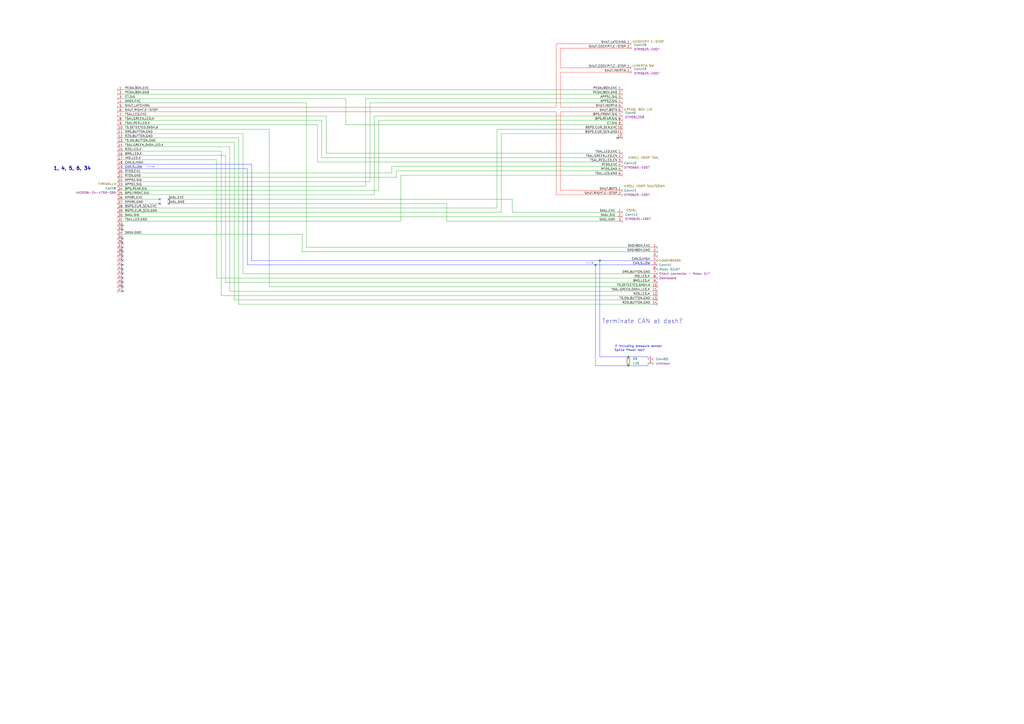
<source format=kicad_sch>
(kicad_sch (version 20231120) (generator "eeschema") (generator_version "8.0")
  (paper "A2")
  (lib_symbols
    (symbol "Connectors_SUFST:AMPHENOL-47P-Recepticle"
      (property "Reference" "Conn" (at 0 0.635 0))
      (property "P/N" "AHDP06-24-47SR-SRA" (at 0 0 0))
      (symbol "AMPHENOL-47P-Recepticle_0_1"
        (arc (start -2.5368 -119.3807) (mid -1.9833 -118.7463) (end -2.5355 -118.1107))
        (arc (start -2.5368 -114.3007) (mid -1.9833 -113.6663) (end -2.5355 -113.0307))
        (arc (start -2.5368 -109.2207) (mid -1.9833 -108.5863) (end -2.5355 -107.9507))
        (arc (start -2.5368 -104.1407) (mid -1.9833 -103.5063) (end -2.5355 -102.8707))
        (arc (start -2.5368 -99.0607) (mid -1.9833 -98.4263) (end -2.5355 -97.7907))
        (arc (start -2.5368 -93.9807) (mid -1.9833 -93.3463) (end -2.5355 -92.7107))
        (arc (start -2.5368 -88.9007) (mid -1.9833 -88.2663) (end -2.5355 -87.6307))
        (arc (start -2.5368 -83.8207) (mid -1.9833 -83.1863) (end -2.5355 -82.5507))
        (arc (start -2.5368 -78.7407) (mid -1.9833 -78.1063) (end -2.5355 -77.4707))
        (arc (start -2.5368 -73.6607) (mid -1.9833 -73.0263) (end -2.5355 -72.3907))
        (arc (start -2.5368 -68.5807) (mid -1.9833 -67.9463) (end -2.5355 -67.3107))
        (arc (start -2.5368 -63.5007) (mid -1.9833 -62.8663) (end -2.5355 -62.2307))
        (arc (start -2.5368 -58.4207) (mid -1.9833 -57.7863) (end -2.5355 -57.1507))
        (arc (start -2.5368 -53.3407) (mid -1.9833 -52.7063) (end -2.5355 -52.0707))
        (arc (start -2.5368 -48.2607) (mid -1.9833 -47.6263) (end -2.5355 -46.9907))
        (arc (start -2.5368 -43.1807) (mid -1.9833 -42.5463) (end -2.5355 -41.9107))
        (arc (start -2.5368 -38.1007) (mid -1.9833 -37.4663) (end -2.5355 -36.8307))
        (arc (start -2.5368 -33.0207) (mid -1.9833 -32.3863) (end -2.5355 -31.7507))
        (arc (start -2.5368 -27.9407) (mid -1.9833 -27.3063) (end -2.5355 -26.6707))
        (arc (start -2.5368 -22.8607) (mid -1.9833 -22.2263) (end -2.5355 -21.5907))
        (arc (start -2.5368 -17.7807) (mid -1.9833 -17.1463) (end -2.5355 -16.5107))
        (arc (start -2.5368 -12.7007) (mid -1.9833 -12.0663) (end -2.5355 -11.4307))
        (arc (start -2.5368 -7.6207) (mid -1.9833 -6.9863) (end -2.5355 -6.3507))
        (arc (start -2.5368 -2.5407) (mid -1.9833 -1.9063) (end -2.5355 -1.2707))
        (arc (start -2.4524 -116.8401) (mid -1.8989 -116.2057) (end -2.4511 -115.5701))
        (arc (start -2.4524 -111.7601) (mid -1.8989 -111.1257) (end -2.4511 -110.4901))
        (arc (start -2.4524 -106.6801) (mid -1.8989 -106.0457) (end -2.4511 -105.4101))
        (arc (start -2.4524 -101.6001) (mid -1.8989 -100.9657) (end -2.4511 -100.3301))
        (arc (start -2.4524 -96.5201) (mid -1.8989 -95.8857) (end -2.4511 -95.2501))
        (arc (start -2.4524 -91.4401) (mid -1.8989 -90.8057) (end -2.4511 -90.1701))
        (arc (start -2.4524 -86.3601) (mid -1.8989 -85.7257) (end -2.4511 -85.0901))
        (arc (start -2.4524 -81.2801) (mid -1.8989 -80.6457) (end -2.4511 -80.0101))
        (arc (start -2.4524 -76.2001) (mid -1.8989 -75.5657) (end -2.4511 -74.9301))
        (arc (start -2.4524 -71.1201) (mid -1.8989 -70.4857) (end -2.4511 -69.8501))
        (arc (start -2.4524 -66.0401) (mid -1.8989 -65.4057) (end -2.4511 -64.7701))
        (arc (start -2.4524 -60.9601) (mid -1.8989 -60.3257) (end -2.4511 -59.6901))
        (arc (start -2.4524 -55.8801) (mid -1.8989 -55.2457) (end -2.4511 -54.6101))
        (arc (start -2.4524 -50.8001) (mid -1.8989 -50.1657) (end -2.4511 -49.5301))
        (arc (start -2.4524 -45.7201) (mid -1.8989 -45.0857) (end -2.4511 -44.4501))
        (arc (start -2.4524 -40.6401) (mid -1.8989 -40.0057) (end -2.4511 -39.3701))
        (arc (start -2.4524 -35.5601) (mid -1.8989 -34.9257) (end -2.4511 -34.2901))
        (arc (start -2.4524 -30.4801) (mid -1.8989 -29.8457) (end -2.4511 -29.2101))
        (arc (start -2.4524 -25.4001) (mid -1.8989 -24.7657) (end -2.4511 -24.1301))
        (arc (start -2.4524 -20.3201) (mid -1.8989 -19.6857) (end -2.4511 -19.0501))
        (arc (start -2.4524 -15.2401) (mid -1.8989 -14.6057) (end -2.4511 -13.9701))
        (arc (start -2.4524 -10.1601) (mid -1.8989 -9.5257) (end -2.4511 -8.8901))
        (arc (start -2.4524 -5.0801) (mid -1.8989 -4.4457) (end -2.4511 -3.8101))
      )
      (symbol "AMPHENOL-47P-Recepticle_1_1"
        (pin input line (at 0.635 -1.905 180) (length 2.54) (name "") (number "1"))
        (pin input line (at 0.635 -24.765 180) (length 2.54) (name "") (number "10"))
        (pin input line (at 0.635 -27.305 180) (length 2.54) (name "") (number "11"))
        (pin input line (at 0.635 -29.845 180) (length 2.54) (name "") (number "12"))
        (pin input line (at 0.635 -32.385 180) (length 2.54) (name "") (number "13"))
        (pin input line (at 0.635 -34.925 180) (length 2.54) (name "") (number "14"))
        (pin input line (at 0.635 -37.465 180) (length 2.54) (name "") (number "15"))
        (pin input line (at 0.635 -40.005 180) (length 2.54) (name "") (number "16"))
        (pin input line (at 0.635 -42.545 180) (length 2.54) (name "") (number "17"))
        (pin input line (at 0.635 -45.085 180) (length 2.54) (name "") (number "18"))
        (pin input line (at 0.635 -47.625 180) (length 2.54) (name "") (number "19"))
        (pin input line (at 0.635 -4.445 180) (length 2.54) (name "") (number "2"))
        (pin input line (at 0.635 -50.165 180) (length 2.54) (name "") (number "20"))
        (pin input line (at 0.635 -52.705 180) (length 2.54) (name "") (number "21"))
        (pin input line (at 0.635 -55.245 180) (length 2.54) (name "") (number "22"))
        (pin input line (at 0.635 -57.785 180) (length 2.54) (name "") (number "23"))
        (pin input line (at 0.635 -60.325 180) (length 2.54) (name "") (number "24"))
        (pin input line (at 0.635 -62.865 180) (length 2.54) (name "") (number "25"))
        (pin input line (at 0.635 -65.405 180) (length 2.54) (name "") (number "26"))
        (pin input line (at 0.635 -67.945 180) (length 2.54) (name "") (number "27"))
        (pin input line (at 0.635 -70.485 180) (length 2.54) (name "") (number "28"))
        (pin input line (at 0.635 -73.025 180) (length 2.54) (name "") (number "29"))
        (pin input line (at 0.635 -6.985 180) (length 2.54) (name "") (number "3"))
        (pin input line (at 0.635 -75.565 180) (length 2.54) (name "") (number "30"))
        (pin input line (at 0.635 -78.105 180) (length 2.54) (name "") (number "31"))
        (pin input line (at 0.635 -80.645 180) (length 2.54) (name "") (number "32"))
        (pin input line (at 0.635 -83.185 180) (length 2.54) (name "") (number "33"))
        (pin input line (at 0.635 -85.725 180) (length 2.54) (name "") (number "34"))
        (pin input line (at 0.635 -88.265 180) (length 2.54) (name "") (number "35"))
        (pin input line (at 0.635 -90.805 180) (length 2.54) (name "") (number "36"))
        (pin input line (at 0.635 -93.345 180) (length 2.54) (name "") (number "37"))
        (pin input line (at 0.635 -95.885 180) (length 2.54) (name "") (number "38"))
        (pin input line (at 0.635 -98.425 180) (length 2.54) (name "") (number "39"))
        (pin input line (at 0.635 -9.525 180) (length 2.54) (name "") (number "4"))
        (pin input line (at 0.635 -100.965 180) (length 2.54) (name "") (number "40"))
        (pin input line (at 0.635 -103.505 180) (length 2.54) (name "") (number "41"))
        (pin input line (at 0.635 -106.045 180) (length 2.54) (name "") (number "42"))
        (pin input line (at 0.635 -108.585 180) (length 2.54) (name "") (number "43"))
        (pin input line (at 0.635 -111.125 180) (length 2.54) (name "") (number "44"))
        (pin input line (at 0.635 -113.665 180) (length 2.54) (name "") (number "45"))
        (pin input line (at 0.635 -116.205 180) (length 2.54) (name "") (number "46"))
        (pin input line (at 0.635 -118.745 180) (length 2.54) (name "") (number "47"))
        (pin input line (at 0.635 -12.065 180) (length 2.54) (name "") (number "5"))
        (pin input line (at 0.635 -14.605 180) (length 2.54) (name "") (number "6"))
        (pin input line (at 0.635 -17.145 180) (length 2.54) (name "") (number "7"))
        (pin input line (at 0.635 -19.685 180) (length 2.54) (name "") (number "8"))
        (pin input line (at 0.635 -22.225 180) (length 2.54) (name "") (number "9"))
      )
    )
    (symbol "Connectors_SUFST:Deutsch_DTM_12S_Pin"
      (property "Reference" "Conn" (at 0 0.635 0))
      (property "P/N" "DTM0612SB" (at 0 0 0))
      (symbol "Deutsch_DTM_12S_Pin_0_1"
        (arc (start -2.5368 -27.9407) (mid -1.9833 -27.3063) (end -2.5355 -26.6707))
        (arc (start -2.5368 -22.8607) (mid -1.9833 -22.2263) (end -2.5355 -21.5907))
        (arc (start -2.5368 -17.7807) (mid -1.9833 -17.1463) (end -2.5355 -16.5107))
        (arc (start -2.5368 -12.7007) (mid -1.9833 -12.0663) (end -2.5355 -11.4307))
        (arc (start -2.5368 -7.6207) (mid -1.9833 -6.9863) (end -2.5355 -6.3507))
        (arc (start -2.5368 -2.5407) (mid -1.9833 -1.9063) (end -2.5355 -1.2707))
        (arc (start -2.4524 -30.4801) (mid -1.8989 -29.8457) (end -2.4511 -29.2101))
        (arc (start -2.4524 -25.4001) (mid -1.8989 -24.7657) (end -2.4511 -24.1301))
        (arc (start -2.4524 -20.3201) (mid -1.8989 -19.6857) (end -2.4511 -19.0501))
        (arc (start -2.4524 -15.2401) (mid -1.8989 -14.6057) (end -2.4511 -13.9701))
        (arc (start -2.4524 -10.1601) (mid -1.8989 -9.5257) (end -2.4511 -8.8901))
        (arc (start -2.4524 -5.0801) (mid -1.8989 -4.4457) (end -2.4511 -3.8101))
      )
      (symbol "Deutsch_DTM_12S_Pin_1_1"
        (pin input line (at 0.635 -29.845 180) (length 2.54) (name "") (number "1"))
        (pin input line (at 0.635 -6.985 180) (length 2.54) (name "") (number "10"))
        (pin input line (at 0.635 -4.445 180) (length 2.54) (name "") (number "11"))
        (pin input line (at 0.635 -1.905 180) (length 2.54) (name "") (number "12"))
        (pin input line (at 0.635 -27.305 180) (length 2.54) (name "") (number "2"))
        (pin input line (at 0.635 -24.765 180) (length 2.54) (name "") (number "3"))
        (pin input line (at 0.635 -22.225 180) (length 2.54) (name "") (number "4"))
        (pin input line (at 0.635 -19.685 180) (length 2.54) (name "") (number "5"))
        (pin input line (at 0.635 -17.145 180) (length 2.54) (name "") (number "6"))
        (pin input line (at 0.635 -14.605 180) (length 2.54) (name "") (number "7"))
        (pin input line (at 0.635 -12.065 180) (length 2.54) (name "") (number "8"))
        (pin input line (at 0.635 -9.525 180) (length 2.54) (name "") (number "9"))
      )
    )
    (symbol "Connectors_SUFST:Deutsch_DTM_2S_Pin"
      (property "Reference" "Conn" (at 0 0.635 0))
      (property "P/N" "DTM062S-E007" (at 0 0 0))
      (symbol "Deutsch_DTM_2S_Pin_0_1"
        (arc (start -2.5368 -2.5407) (mid -1.9833 -1.9063) (end -2.5355 -1.2707))
        (arc (start -2.4524 -5.0801) (mid -1.8989 -4.4457) (end -2.4511 -3.8101))
      )
      (symbol "Deutsch_DTM_2S_Pin_1_1"
        (pin input line (at 0.635 -4.445 180) (length 2.54) (name "") (number "1"))
        (pin input line (at 0.635 -1.905 180) (length 2.54) (name "") (number "2"))
      )
    )
    (symbol "Connectors_SUFST:Deutsch_DTM_3S_Pin"
      (property "Reference" "Conn" (at 0 0.635 0))
      (property "P/N" "DTM063S-E007" (at 0 0 0))
      (symbol "Deutsch_DTM_3S_Pin_0_1"
        (arc (start -2.5368 -2.5407) (mid -1.9833 -1.9063) (end -2.5355 -1.2707))
        (arc (start -2.4524 -7.6201) (mid -1.8989 -6.9857) (end -2.4511 -6.3501))
        (arc (start -2.4524 -5.0801) (mid -1.8989 -4.4457) (end -2.4511 -3.8101))
      )
      (symbol "Deutsch_DTM_3S_Pin_1_1"
        (pin input line (at 0.635 -6.985 180) (length 2.54) (name "") (number "1"))
        (pin input line (at 0.635 -4.445 180) (length 2.54) (name "") (number "2"))
        (pin input line (at 0.635 -1.905 180) (length 2.54) (name "") (number "3"))
      )
    )
    (symbol "Connectors_SUFST:Deutsch_DTM_6S_Pin"
      (property "Reference" "Conn" (at 0 0.635 0))
      (property "P/N" "DTM066S-E007" (at 0 0 0))
      (symbol "Deutsch_DTM_6S_Pin_0_1"
        (arc (start -2.5368 -12.7007) (mid -1.9833 -12.0663) (end -2.5355 -11.4307))
        (arc (start -2.5368 -7.6207) (mid -1.9833 -6.9863) (end -2.5355 -6.3507))
        (arc (start -2.5368 -2.5407) (mid -1.9833 -1.9063) (end -2.5355 -1.2707))
        (arc (start -2.4524 -15.2401) (mid -1.8989 -14.6057) (end -2.4511 -13.9701))
        (arc (start -2.4524 -10.1601) (mid -1.8989 -9.5257) (end -2.4511 -8.8901))
        (arc (start -2.4524 -5.0801) (mid -1.8989 -4.4457) (end -2.4511 -3.8101))
      )
      (symbol "Deutsch_DTM_6S_Pin_1_1"
        (pin input line (at 0.635 -14.605 180) (length 2.54) (name "") (number "1"))
        (pin input line (at 0.635 -12.065 180) (length 2.54) (name "") (number "2"))
        (pin input line (at 0.635 -9.525 180) (length 2.54) (name "") (number "3"))
        (pin input line (at 0.635 -6.985 180) (length 2.54) (name "") (number "4"))
        (pin input line (at 0.635 -4.445 180) (length 2.54) (name "") (number "5"))
        (pin input line (at 0.635 -1.905 180) (length 2.54) (name "") (number "6"))
      )
    )
    (symbol "Deutsch_DTM_12S_Pin_1"
      (property "Reference" "Conn41" (at -3.8692 -22.5722 0))
      (property "Value" "Deutsch_DTM_12S_Pin" (at -3.8692 -20.0322 0))
      (property "P/N" "Check connector - Molex 2x7" (at -3.8692 -17.4922 0))
      (property "Conn Name" "Dashboard" (at -3.8692 -14.9522 0))
      (symbol "Deutsch_DTM_12S_Pin_1_0_1"
        (arc (start -3.231 -30.8275) (mid -2.6775 -30.1931) (end -3.2297 -29.5575))
        (arc (start -3.231 -25.7475) (mid -2.6775 -25.1131) (end -3.2297 -24.4775))
        (arc (start -3.231 -20.6675) (mid -2.6775 -20.0331) (end -3.2297 -19.3975))
        (arc (start -3.231 -15.5875) (mid -2.6775 -14.9531) (end -3.2297 -14.3175))
        (arc (start -3.231 -10.5075) (mid -2.6775 -9.8731) (end -3.2297 -9.2375))
        (arc (start -3.231 -5.4275) (mid -2.6775 -4.7931) (end -3.2297 -4.1575))
        (arc (start -3.231 -2.8875) (mid -2.6227 -2.23) (end -3.2297 -1.6175))
        (arc (start -3.231 -0.3469) (mid -2.6441 0.2875) (end -3.2297 0.9231))
        (arc (start -3.1466 -33.3669) (mid -2.5931 -32.7325) (end -3.1453 -32.0969))
        (arc (start -3.1466 -28.2869) (mid -2.5931 -27.6525) (end -3.1453 -27.0169))
        (arc (start -3.1466 -23.2069) (mid -2.5931 -22.5725) (end -3.1453 -21.9369))
        (arc (start -3.1466 -18.1269) (mid -2.5931 -17.4925) (end -3.1453 -16.8569))
        (arc (start -3.1466 -13.0469) (mid -2.5931 -12.4125) (end -3.1453 -11.7769))
        (arc (start -3.1466 -7.9669) (mid -2.5931 -7.3325) (end -3.1453 -6.6969))
      )
      (symbol "Deutsch_DTM_12S_Pin_1_1_1"
        (pin input line (at -0.0592 -32.7318 180) (length 2.54) (name "") (number "1"))
        (pin input line (at -0.0592 -9.8718 180) (length 2.54) (name "") (number "10"))
        (pin input line (at -0.0592 -7.3318 180) (length 2.54) (name "") (number "11"))
        (pin input line (at -0.0592 -4.7918 180) (length 2.54) (name "") (number "12"))
        (pin input line (at -0.0592 -2.2518 180) (length 2.54) (name "") (number "13"))
        (pin input line (at -0.0592 0.2882 180) (length 2.54) (name "") (number "14"))
        (pin input line (at -0.0592 -30.1918 180) (length 2.54) (name "") (number "2"))
        (pin input line (at -0.0592 -27.6518 180) (length 2.54) (name "") (number "3"))
        (pin input line (at -0.0592 -25.1118 180) (length 2.54) (name "") (number "4"))
        (pin input line (at -0.0592 -22.5718 180) (length 2.54) (name "") (number "5"))
        (pin input line (at -0.0592 -20.0318 180) (length 2.54) (name "") (number "6"))
        (pin input line (at -0.0592 -17.4918 180) (length 2.54) (name "") (number "7"))
        (pin input line (at -0.0592 -14.9518 180) (length 2.54) (name "") (number "8"))
        (pin input line (at -0.0592 -12.4118 180) (length 2.54) (name "") (number "9"))
      )
    )
    (symbol "Device:R_Small" (pin_numbers hide) (pin_names (offset 0.254) hide)
      (property "Reference" "R" (at 0.762 0.508 0))
      (property "Value" "R_Small" (at 0.762 -1.016 0))
      (symbol "R_Small_0_1"
        (rectangle (start -0.762 1.778) (end 0.762 -1.778) (stroke (width 0.2032)))
      )
      (symbol "R_Small_1_1"
        (pin passive line (at 0 2.54 270) (length 0.762) (name "~") (number "1"))
        (pin passive line (at 0 -2.54 90) (length 0.762) (name "~") (number "2"))
      )
    )
  )
  (junction (at 345.44 153.67))
  (junction (at 364.49 212.09))
  (junction (at 347.98 151.13))
  (junction (at 364.49 207.01))
  (no_connect (at 71.12 158.75))
  (no_connect (at 71.12 143.51))
  (no_connect (at 71.12 130.81))
  (no_connect (at 97.79 118.11))
  (no_connect (at 71.12 161.29))
  (no_connect (at 71.12 146.05))
  (no_connect (at 92.71 118.11))
  (no_connect (at 71.12 153.67))
  (no_connect (at 71.12 151.13))
  (no_connect (at 92.71 115.57))
  (no_connect (at 71.12 163.83))
  (no_connect (at 71.12 138.43))
  (no_connect (at 71.12 166.37))
  (no_connect (at 71.12 168.91))
  (no_connect (at 97.79 115.57))
  (no_connect (at 71.12 148.59))
  (no_connect (at 71.12 140.97))
  (no_connect (at 71.12 133.35))
  (no_connect (at 358.14 80.01))
  (no_connect (at 71.12 156.21))
  (wire (pts (xy 71.12 107.95) (xy 212.09 107.95)))
  (wire (pts (xy 71.12 125.73) (xy 358.14 125.73)))
  (wire (pts (xy 378.46 173.99) (xy 135.89 173.99)))
  (wire (pts (xy 297.18 115.57) (xy 297.18 123.19)))
  (wire (pts (xy 135.89 82.55) (xy 71.12 82.55)))
  (wire (pts (xy 322.58 62.23) (xy 322.58 25.4)) (stroke (width 0) (color 255 0 0 1)))
  (wire (pts (xy 71.12 54.61) (xy 358.14 54.61)))
  (wire (pts (xy 363.22 27.94) (xy 325.12 27.94)) (stroke (width 0) (color 255 0 0 1)))
  (wire (pts (xy 227.33 96.52) (xy 358.14 96.52)))
  (wire (pts (xy 358.14 69.85) (xy 219.71 69.85)))
  (wire (pts (xy 358.14 91.44) (xy 186.69 91.44)))
  (wire (pts (xy 175.26 146.05) (xy 378.46 146.05)))
  (wire (pts (xy 125.73 161.29) (xy 378.46 161.29)))
  (wire (pts (xy 378.46 158.75) (xy 140.97 158.75)))
  (wire (pts (xy 71.12 67.31) (xy 189.23 67.31)))
  (wire (pts (xy 71.12 95.25) (xy 146.05 95.25)) (stroke (width 0) (color 0 0 255 1)))
  (wire (pts (xy 140.97 77.47) (xy 140.97 158.75)))
  (wire (pts (xy 156.21 166.37) (xy 378.46 166.37)))
  (wire (pts (xy 71.12 69.85) (xy 186.69 69.85)))
  (wire (pts (xy 322.58 64.77) (xy 322.58 113.03)) (stroke (width 0) (color 255 0 0 1)))
  (wire (pts (xy 71.12 115.57) (xy 92.71 115.57)))
  (wire (pts (xy 297.18 123.19) (xy 358.14 123.19)))
  (wire (pts (xy 71.12 102.87) (xy 229.87 102.87)))
  (wire (pts (xy 232.41 101.6) (xy 232.41 128.27)))
  (wire (pts (xy 146.05 95.25) (xy 146.05 151.13)) (stroke (width 0) (color 0 0 255 1)))
  (wire (pts (xy 138.43 80.01) (xy 71.12 80.01)))
  (wire (pts (xy 227.33 100.33) (xy 227.33 96.52)))
  (wire (pts (xy 128.27 171.45) (xy 378.46 171.45)))
  (wire (pts (xy 71.12 52.07) (xy 358.14 52.07)))
  (wire (pts (xy 71.12 74.93) (xy 156.21 74.93)))
  (wire (pts (xy 358.14 113.03) (xy 322.58 113.03)) (stroke (width 0) (color 255 0 0 1)))
  (wire (pts (xy 325.12 39.37) (xy 363.22 39.37)) (stroke (width 0) (color 255 0 0 1)))
  (wire (pts (xy 71.12 118.11) (xy 92.71 118.11)))
  (wire (pts (xy 345.44 153.67) (xy 345.44 212.09)) (stroke (width 0) (color 0 0 255 1)))
  (wire (pts (xy 189.23 67.31) (xy 189.23 88.9)))
  (wire (pts (xy 71.12 105.41) (xy 214.63 105.41)))
  (wire (pts (xy 175.26 135.89) (xy 175.26 146.05)))
  (wire (pts (xy 71.12 59.69) (xy 177.8 59.69)))
  (wire (pts (xy 135.89 82.55) (xy 135.89 173.99)))
  (wire (pts (xy 71.12 72.39) (xy 184.15 72.39)))
  (wire (pts (xy 71.12 110.49) (xy 219.71 110.49)))
  (wire (pts (xy 259.08 128.27) (xy 358.14 128.27)))
  (wire (pts (xy 71.12 123.19) (xy 290.83 123.19)))
  (wire (pts (xy 71.12 135.89) (xy 175.26 135.89)))
  (wire (pts (xy 325.12 64.77) (xy 325.12 110.49)) (stroke (width 0) (color 255 0 0 1)))
  (wire (pts (xy 71.12 100.33) (xy 227.33 100.33)))
  (wire (pts (xy 325.12 27.94) (xy 325.12 39.37)) (stroke (width 0) (color 255 0 0 1)))
  (wire (pts (xy 143.51 153.67) (xy 143.51 97.79)) (stroke (width 0) (color 0 0 255 1)))
  (wire (pts (xy 97.79 115.57) (xy 297.18 115.57)))
  (wire (pts (xy 322.58 25.4) (xy 363.22 25.4)) (stroke (width 0) (color 255 0 0 1)))
  (wire (pts (xy 71.12 120.65) (xy 288.29 120.65)))
  (wire (pts (xy 290.83 77.47) (xy 290.83 123.19)))
  (wire (pts (xy 358.14 101.6) (xy 232.41 101.6)))
  (wire (pts (xy 184.15 93.98) (xy 358.14 93.98)))
  (wire (pts (xy 189.23 88.9) (xy 358.14 88.9)))
  (wire (pts (xy 375.92 207.01) (xy 375.92 208.28)) (stroke (width 0) (color 0 0 255 1)))
  (wire (pts (xy 217.17 113.03) (xy 217.17 67.31)))
  (wire (pts (xy 140.97 77.47) (xy 71.12 77.47)))
  (wire (pts (xy 229.87 99.06) (xy 229.87 102.87)))
  (wire (pts (xy 347.98 207.01) (xy 364.49 207.01)) (stroke (width 0) (color 0 0 255 1)))
  (wire (pts (xy 200.66 72.39) (xy 358.14 72.39)))
  (wire (pts (xy 186.69 69.85) (xy 186.69 91.44)))
  (wire (pts (xy 177.8 59.69) (xy 177.8 143.51)))
  (wire (pts (xy 71.12 113.03) (xy 217.17 113.03)))
  (wire (pts (xy 345.44 153.67) (xy 378.46 153.67)) (stroke (width 0) (color 0 0 255 1)))
  (wire (pts (xy 133.35 168.91) (xy 378.46 168.91)))
  (wire (pts (xy 133.35 85.09) (xy 71.12 85.09)))
  (wire (pts (xy 125.73 161.29) (xy 125.73 92.71)))
  (wire (pts (xy 212.09 57.15) (xy 212.09 107.95)))
  (wire (pts (xy 358.14 77.47) (xy 290.83 77.47)))
  (wire (pts (xy 156.21 74.93) (xy 156.21 166.37)))
  (wire (pts (xy 133.35 85.09) (xy 133.35 168.91)))
  (wire (pts (xy 214.63 105.41) (xy 214.63 59.69)))
  (wire (pts (xy 232.41 128.27) (xy 71.12 128.27)))
  (wire (pts (xy 325.12 110.49) (xy 358.14 110.49)) (stroke (width 0) (color 255 0 0 1)))
  (wire (pts (xy 130.81 90.17) (xy 71.12 90.17)))
  (wire (pts (xy 325.12 41.91) (xy 325.12 62.23)) (stroke (width 0) (color 255 0 0 1)))
  (wire (pts (xy 143.51 153.67) (xy 345.44 153.67)) (stroke (width 0) (color 0 0 255 1)))
  (wire (pts (xy 378.46 151.13) (xy 347.98 151.13)) (stroke (width 0) (color 0 0 255 1)))
  (wire (pts (xy 71.12 62.23) (xy 322.58 62.23)) (stroke (width 0) (color 255 0 0 1)))
  (wire (pts (xy 130.81 90.17) (xy 130.81 163.83)))
  (wire (pts (xy 128.27 87.63) (xy 128.27 171.45)))
  (wire (pts (xy 177.8 143.51) (xy 378.46 143.51)))
  (wire (pts (xy 71.12 64.77) (xy 322.58 64.77)) (stroke (width 0) (color 255 0 0 1)))
  (wire (pts (xy 71.12 97.79) (xy 143.51 97.79)) (stroke (width 0) (color 0 0 255 1)))
  (wire (pts (xy 347.98 151.13) (xy 347.98 207.01)) (stroke (width 0) (color 0 0 255 1)))
  (wire (pts (xy 200.66 57.15) (xy 200.66 72.39)))
  (wire (pts (xy 138.43 80.01) (xy 138.43 176.53)))
  (wire (pts (xy 217.17 67.31) (xy 358.14 67.31)))
  (wire (pts (xy 288.29 120.65) (xy 288.29 74.93)))
  (wire (pts (xy 358.14 99.06) (xy 229.87 99.06)))
  (wire (pts (xy 364.49 212.09) (xy 375.92 212.09)) (stroke (width 0) (color 0 0 255 1)))
  (wire (pts (xy 375.92 212.09) (xy 375.92 210.82)) (stroke (width 0) (color 0 0 255 1)))
  (wire (pts (xy 363.22 41.91) (xy 325.12 41.91)) (stroke (width 0) (color 255 0 0 1)))
  (wire (pts (xy 130.81 163.83) (xy 378.46 163.83)))
  (wire (pts (xy 219.71 69.85) (xy 219.71 110.49)))
  (wire (pts (xy 125.73 92.71) (xy 71.12 92.71)))
  (wire (pts (xy 364.49 207.01) (xy 375.92 207.01)) (stroke (width 0) (color 0 0 255 1)))
  (wire (pts (xy 128.27 87.63) (xy 71.12 87.63)))
  (wire (pts (xy 71.12 57.15) (xy 200.66 57.15)))
  (wire (pts (xy 97.79 118.11) (xy 259.08 118.11)))
  (wire (pts (xy 259.08 118.11) (xy 259.08 128.27)))
  (wire (pts (xy 325.12 62.23) (xy 358.14 62.23)) (stroke (width 0) (color 255 0 0 1)))
  (wire (pts (xy 184.15 72.39) (xy 184.15 93.98)))
  (wire (pts (xy 288.29 74.93) (xy 358.14 74.93)))
  (wire (pts (xy 347.98 151.13) (xy 146.05 151.13)) (stroke (width 0) (color 0 0 255 1)))
  (wire (pts (xy 214.63 59.69) (xy 358.14 59.69)))
  (wire (pts (xy 345.44 212.09) (xy 364.49 212.09)) (stroke (width 0) (color 0 0 255 1)))
  (wire (pts (xy 358.14 57.15) (xy 212.09 57.15)))
  (wire (pts (xy 358.14 64.77) (xy 325.12 64.77)) (stroke (width 0) (color 255 0 0 1)))
  (wire (pts (xy 138.43 176.53) (xy 378.46 176.53)))
  (text "Terminate CAN at dash?\n" (at 372.618 186.436 0) (effects (font (size 2.54 2.54))))
  (text "-->\n" (at 87.376 96.774 0) (effects (font (size 1.27 1.27))))
  (text "1, 4, 5, 6, 34" (at 41.91 97.79 0) (effects (font (size 2 2) (thickness 0.4) (bold yes))))
  (text "-->\n" (at 342.138 152.654 0) (effects (font (size 1.27 1.27))))
  (text "If including pressure sensor\n" (at 370.332 200.914 0) (effects (font (size 1.27 1.27))))
  (text "Splice Power too?\n" (at 365.252 203.2 0) (effects (font (size 1.27 1.27))))
  (label "TSAL.LED.GND" (at 358.14 101.6 180))
  (label "SAGL.EXC" (at 97.79 115.57 0))
  (label "CAN.S.LOW" (at 72.39 97.79 0))
  (label "TSAL.LED.EXC" (at 72.39 67.31 0))
  (label "SHUT.LATCHING" (at 72.39 62.23 0))
  (label "SHUT.INERTIA" (at 363.22 41.91 180))
  (label "SHUT.LATCHING" (at 363.22 25.4 180))
  (label "CAN.S.HIGH" (at 377.19 151.13 180))
  (label "APPS1.SIG" (at 72.39 107.95 0))
  (label "DASH.GND" (at 72.39 135.89 0))
  (label "TSAL.GREEN.LED.K" (at 72.39 69.85 0))
  (label "DASHBOX.GND" (at 377.19 146.05 180))
  (label "CAN.S.HIGH" (at 72.39 95.25 0))
  (label "BSPD.CUR_SEN.EXC" (at 358.14 74.93 180))
  (label "TSAL.LED.EXC" (at 358.14 88.9 180))
  (label "TS.DETECTED.DASH.A" (at 377.19 166.37 180))
  (label "RTDS.EXC" (at 358.14 96.52 180))
  (label "CT.SIG" (at 72.39 57.15 0))
  (label "BMS.LED.K" (at 72.39 90.17 0))
  (label "BPS.REAR.SIG" (at 72.39 110.49 0))
  (label "SPARE.EXC" (at 72.39 115.57 0))
  (label "RTDS.GND" (at 72.39 102.87 0))
  (label "IMD.LED.K" (at 377.19 161.29 180))
  (label "DASH.EXC" (at 72.39 59.69 0))
  (label "SHUT.COCKPIT.E-STOP" (at 363.22 27.94 180))
  (label "TS.DETECTED.DASH.A" (at 72.39 74.93 0))
  (label "APPS1.SIG" (at 358.14 57.15 180))
  (label "TSAL.GREEN.DASH.LED.K" (at 377.19 168.91 180))
  (label "CT.SIG" (at 358.14 72.39 180))
  (label "PEDALBOX.EXC" (at 358.14 52.07 180))
  (label "CAN.S.LOW" (at 377.19 153.67 180))
  (label "DRS.BUTTON.GND" (at 72.39 77.47 0))
  (label "TSAL.GREEN.DASH.LED.K" (at 72.39 85.09 0))
  (label "SHUT.RIGHT.E-STOP" (at 72.39 64.77 0))
  (label "BSPD.CUR_SEN.GND" (at 358.14 77.47 180))
  (label "BSPD.CUR_SEN.GND" (at 72.39 123.19 0))
  (label "SHUT.RIGHT.E-STOP" (at 358.14 113.03 180))
  (label "SAGL.SIG" (at 72.39 125.73 0))
  (label "SHUT.COCKPIT.E-STOP" (at 363.22 39.37 180))
  (label "PEDALBOX.EXC" (at 72.39 52.07 0))
  (label "IMD.LED.K" (at 72.39 92.71 0))
  (label "SPARE.GND" (at 72.39 118.11 0))
  (label "TSAL.GREEN.LED.EN" (at 358.14 91.44 180))
  (label "SAGL.GND" (at 356.87 128.27 180))
  (label "SAGL.EXC" (at 356.87 123.19 180))
  (label "R2D.LED.K" (at 72.39 87.63 0))
  (label "PEDALBOX.GND" (at 358.14 54.61 180))
  (label "RTDS.EXC" (at 72.39 100.33 0))
  (label "APPS2.SIG" (at 358.14 59.69 180))
  (label "BPS.FRONT.SIG" (at 72.39 113.03 0))
  (label "TSAL.RED.LED.EN" (at 358.14 93.98 180))
  (label "BSPD.CUR_SEN.EXC" (at 72.39 120.65 0))
  (label "RTDS.GND" (at 358.14 99.06 180))
  (label "PEDALBOX.GND" (at 72.39 54.61 0))
  (label "DASHBOX.EXC" (at 377.19 143.51 180))
  (label "SHUT.BOTS" (at 358.14 64.77 180))
  (label "BMS.LED.K" (at 377.19 163.83 180))
  (label "DRS.BUTTON.GND" (at 377.19 158.75 180))
  (label "SAGL.SIG" (at 356.87 125.73 180))
  (label "R2D.LED.K" (at 377.19 171.45 180))
  (label "TSAL.LED.GND" (at 72.39 128.27 0))
  (label "SAGL.GND" (at 97.79 118.11 0))
  (label "TSAL.RED.LED.K" (at 72.39 72.39 0))
  (label "TS.ON.BUTTON.GND" (at 377.19 173.99 180))
  (label "SHUT.BOTS" (at 358.14 110.49 180))
  (label "BPS.FRONT.SIG" (at 358.14 67.31 180))
  (label "R2D.BUTTON.GND" (at 72.39 80.01 0))
  (label "SHUT.INERTIA" (at 358.14 62.23 180))
  (label "TS.ON.BUTTON.GND" (at 72.39 82.55 0))
  (label "APPS2.SIG" (at 72.39 105.41 0))
  (label "BPS.REAR.SIG" (at 358.14 69.85 180))
  (label "R2D.BUTTON.GND" (at 377.19 176.53 180))
  (hierarchical_label "DASHBOARD" (shape bidirectional) (at 382.27 151.13 0))
  (hierarchical_label "PEDAL BOX I{slash}O" (shape bidirectional) (at 361.95 63.5 0))
  (hierarchical_label "FIREWALL" (shape bidirectional) (at 67.31 106.68 180))
  (hierarchical_label "COCKPIT E-STOP" (shape bidirectional) (at 367.03 24.13 0))
  (hierarchical_label "ROLL HOOP SHUTDOWN" (shape bidirectional) (at 361.95 107.95 0))
  (hierarchical_label "SAGL" (shape input) (at 363.22 121.92 0))
  (hierarchical_label "INERTIA SW" (shape bidirectional) (at 367.03 38.1 0))
  (hierarchical_label "ROLL HOOP TSAL" (shape bidirectional) (at 364.49 91.44 0))
  (symbol (lib_id "Connectors_SUFST:Deutsch_DTM_2S_Pin") (at 376.555 212.725 180) (unit 1)
    (property "Reference" "Conn65" (at 380.365 208.2795 0) (effects (justify right)))
    (property "Value" "Deutsch_DTM_2S_Pin" (effects (hide yes)))
    (property "P/N" "Unknown" (at 380.365 210.8195 0) (effects (justify right)))
  )
  (symbol (lib_id "Connectors_SUFST:Deutsch_DTM_6S_Pin") (at 358.775 103.505 180) (unit 1)
    (property "Reference" "Conn10" (at 361.95 94.6146 0) (effects (justify right)))
    (property "Value" "Deutsch_DTM_6S_Pin" (effects (hide yes)))
    (property "P/N" "DTM066S-E007" (at 361.95 97.1546 0) (effects (justify right)))
  )
  (symbol (lib_id "Connectors_SUFST:Deutsch_DTM_2S_Pin") (at 363.855 43.815 180) (unit 1)
    (property "Reference" "Conn19" (at 367.665 40.0046 0) (effects (justify right)))
    (property "Value" "Deutsch_DTM_2S_Pin" (effects (hide yes)))
    (property "P/N" "DTM062S-E007" (at 367.665 42.5446 0) (effects (justify right)))
  )
  (symbol (lib_id "Device:R_Small") (at 364.49 209.55 0) (unit 1)
    (property "Reference" "R9" (at 367.03 208.2799 0) (effects (justify left)))
    (property "Value" "120" (at 367.03 210.8199 0) (effects (justify left)))
    (property "Description" "Resistor, small symbol" (effects (hide yes)))
  )
  (symbol (lib_id "Connectors_SUFST:AMPHENOL-47P-Recepticle") (at 70.485 50.165 0) (unit 1)
    (property "Reference" "Conn8" (at 67.31 109.2207 0) (effects (justify right)))
    (property "Value" "AMPHENOL-47P-Recepticle" (effects (hide yes)))
    (property "P/N" "AHDP06-24-47SR-SRA" (at 67.31 111.7607 0) (effects (justify right)))
  )
  (symbol (lib_id "Connectors_SUFST:Deutsch_DTM_2S_Pin") (at 358.775 114.935 180) (unit 1)
    (property "Reference" "Conn11" (at 361.95 110.4896 0) (effects (justify right)))
    (property "Value" "Deutsch_DTM_2S_Pin" (effects (hide yes)))
    (property "P/N" "DTM062S-E007" (at 361.95 113.0296 0) (effects (justify right)))
  )
  (symbol (lib_id "Connectors_SUFST:Deutsch_DTM_3S_Pin") (at 358.775 130.175 180) (unit 1)
    (property "Reference" "Conn12" (at 362.585 124.4596 0) (effects (justify right)))
    (property "Value" "Deutsch_DTM_3S_Pin" (effects (hide yes)))
    (property "P/N" "DTM063S-E007" (at 362.585 126.9996 0) (effects (justify right)))
  )
  (symbol (lib_id "Connectors_SUFST:Deutsch_DTM_2S_Pin") (at 363.855 29.845 180) (unit 1)
    (property "Reference" "Conn18" (at 367.665 26.0346 0) (effects (justify right)))
    (property "Value" "Deutsch_DTM_2S_Pin" (effects (hide yes)))
    (property "P/N" "DTM062S-E007" (at 367.665 28.5746 0) (effects (justify right)))
  )
  (symbol (lib_id "Connectors_SUFST:Deutsch_DTM_12S_Pin") (at 358.775 81.915 180) (unit 1)
    (property "Reference" "Conn9" (at 362.585 65.4046 0) (effects (justify right)))
    (property "Value" "Deutsch_DTM_12S_Pin" (effects (hide yes)))
    (property "P/N" "DTM0612SB" (at 362.585 67.9446 0) (effects (justify right)))
  )
  (symbol (lib_name "Deutsch_DTM_12S_Pin_1") (lib_id "Connectors_SUFST:Deutsch_DTM_12S_Pin") (at 378.4008 176.2418 180) (unit 1)
    (property "Reference" "Conn41" (at 382.27 153.6696 0) (effects (justify right)))
    (property "Value" "Molex 02x07" (at 382.27 156.2096 0) (effects (justify right)))
    (property "Footprint" "Connector_Molex:Molex_Micro-Fit_3.0_43045-1418_2x07-1MP_P3.00mm_Vertical" (effects (hide yes)))
    (property "P/N" "Check connector - Molex 2x7" (at 382.27 158.7496 0) (effects (justify right)))
    (property "Conn Name" "Dashboard" (at 382.27 161.2896 0) (effects (justify right)))
  )
)
</source>
